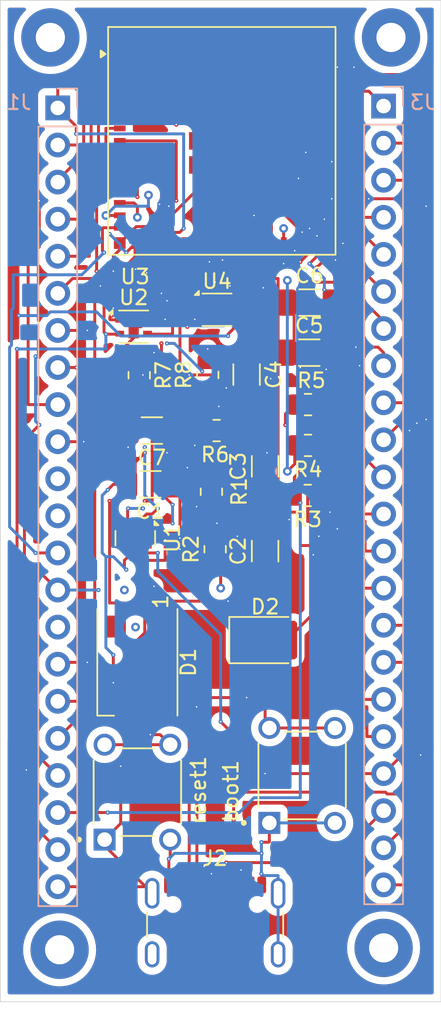
<source format=kicad_pcb>
(kicad_pcb (version 20240108) (generator "pcbnew") (generator_version "8.0")
  (layers (0 "F.Cu" signal) (1 "In1.Cu" power "gnd") (2 "In2.Cu" power "power") (31 "B.Cu" signal) (34 "B.Paste" user) (35 "F.Paste" user) (36 "B.SilkS" user "B.Silkscreen") (37 "F.SilkS" user "F.Silkscreen") (38 "B.Mask" user) (39 "F.Mask" user) (44 "Edge.Cuts" user))
  (net 0 "")
  (net 1 "/GPIO0")
  (net 2 "/5VUSB")
  (net 3 "Net-(D2-K)")
  (net 4 "/GPIO48")
  (net 6 "Net-(D2-A)")
  (net 7 "/GPIO6")
  (net 8 "/GPIO15")
  (net 9 "/GPIO2")
  (net 10 "/I2C_SCL")
  (net 11 "/GPIO13")
  (net 12 "/I2C_SDA")
  (net 13 "/GPIO11")
  (net 14 "/GPIO3")
  (net 15 "/GPIO8")
  (net 16 "/GPIO14")
  (net 17 "/GPIO7")
  (net 18 "/GPIO1")
  (net 19 "/GPIO16")
  (net 20 "/GPIO4")
  (net 21 "/GPIO9")
  (net 22 "/GPIO10")
  (net 23 "Net-(J2-CC2)")
  (net 24 "Net-(J2-VBUS-PadA4)")
  (net 26 "Net-(J2-CC1)")
  (net 28 "/GPIO39")
  (net 29 "/GPIO35")
  (net 30 "/TXD")
  (net 31 "/RXD")
  (net 32 "/GPIO34")
  (net 33 "/GPIO45")
  (net 34 "/GPIO26")
  (net 35 "/GPIO42")
  (net 36 "/GPIO36")
  (net 37 "/GPIO46")
  (net 38 "/GPIO41")
  (net 39 "/GPIO40")
  (net 40 "/GPIO38")
  (net 41 "/GPIO47")
  (net 42 "/GPIO33")
  (net 43 "Net-(U4-FB)")
  (net 49 "/GPIO12")
  (footprint "Capacitor_SMD:C_1206_3216Metric_Pad1.33x1.80mm_HandSolder" (layer "F.Cu") (at 159.893 102.997 180)
    (property "Reference" "C1")
    (property "Value" "0.1uF")
  )
  (footprint "Capacitor_SMD:C_1206_3216Metric_Pad1.33x1.80mm_HandSolder" (layer "F.Cu") (at 159.9985 99.314 180)
    (property "Reference" "C7")
    (property "Value" "10uF")
  )
  (footprint "Capacitor_SMD:C_1206_3216Metric_Pad1.33x1.80mm_HandSolder" (layer "F.Cu") (at 170.815 90.551)
    (property "Reference" "C6")
    (property "Value" "0.1uF")
  )
  (footprint "Package_DFN_QFN:Diodes_UDFN-10_1.0x2.5mm_P0.5mm" (layer "F.Cu") (at 158.861 106.6865 -90)
    (property "Reference" "U1")
    (property "Value" "D3V3XA4B10LP")
  )
  (footprint "Resistor_SMD:R_0805_2012Metric" (layer "F.Cu") (at 170.688 103.759 180)
    (property "Reference" "R3")
    (property "Value" "10K")
  )
  (footprint "RF_Module:ESP32-S2-MINI-1U" (layer "F.Cu") (at 164.797 79.473)
    (property "Reference" "U3")
    (property "Value" "ESP32-S3-MINI-1")
  )
  (footprint "Package_SON:WSON-6-1EP_2x2mm_P0.65mm_EP1x1.6mm" (layer "F.Cu") (at 164.465 91.04)
    (property "Reference" "U4")
    (property "Value" "TLV75801PDRV")
  )
  (footprint "Resistor_SMD:R_0805_2012Metric" (layer "F.Cu") (at 163.83 95.504 90)
    (property "Reference" "R8")
    (property "Value" "5.1k")
  )
  (footprint "Resistor_SMD:R_0805_2012Metric" (layer "F.Cu") (at 164.084 103.505 90)
    (property "Reference" "R1")
    (property "Value" "5.1k")
  )
  (footprint "Resistor_SMD:R_0805_2012Metric" (layer "F.Cu") (at 170.7115 97.536 180)
    (property "Reference" "R5")
    (property "Value" "10K")
  )
  (footprint "Resistor_SMD:R_0805_2012Metric" (layer "F.Cu") (at 159.131 95.5275 -90)
    (property "Reference" "R7")
    (property "Value" "200k")
  )
  (footprint "Resistor_SMD:R_0805_2012Metric" (layer "F.Cu") (at 170.7115 100.33 180)
    (property "Reference" "R4")
    (property "Value" "10K")
  )
  (footprint "TS02-66-95-BK-260-LCR-D:SW_TS02-66-95-BK-260-LCR-D" (layer "F.Cu") (at 159.004 124.079 90)
    (property "Reference" "reset1")
    (property "Value" "TS02-66-95-BK-260-LCR-D")
  )
  (footprint "Resistor_SMD:R_0805_2012Metric" (layer "F.Cu") (at 164.338 107.442 90)
    (property "Reference" "R2")
    (property "Value" "5.1K")
  )
  (footprint "LED_SMD:LED_1210_3225Metric_Pad1.42x2.65mm_HandSolder" (layer "F.Cu") (at 167.767 113.665)
    (property "Reference" "D2")
    (property "Value" "LED")
  )
  (footprint "Connector_USB:USB_C_Receptacle_GCT_USB4105-xx-A_16P_TopMnt_Horizontal" (layer "F.Cu") (at 164.338 134.112)
    (property "Reference" "J2")
    (property "Value" "USB_C_Receptacle_USB2.0_16P")
  )
  (footprint "Capacitor_SMD:C_1206_3216Metric_Pad1.33x1.80mm_HandSolder" (layer "F.Cu") (at 170.7935 93.98)
    (property "Reference" "C5")
    (property "Value" "0.1uF")
  )
  (footprint "Package_DFN_QFN:AMS_QFN-4-1EP_2x2mm_P0.95mm_EP0.7x1.6mm" (layer "F.Cu") (at 158.75 92.202)
    (property "Reference" "U2")
    (property "Value" "ENS210")
  )
  (footprint "Capacitor_SMD:C_1206_3216Metric_Pad1.33x1.80mm_HandSolder" (layer "F.Cu") (at 166.497 95.4825 -90)
    (property "Reference" "C4")
    (property "Value" "10uF")
  )
  (footprint "Capacitor_SMD:C_1206_3216Metric_Pad1.33x1.80mm_HandSolder" (layer "F.Cu") (at 167.767 107.569 90)
    (property "Reference" "C2")
    (property "Value" "0.1uF")
  )
  (footprint "LED_SMD:LED_WS2812B_PLCC4_5.0x5.0mm_P3.2mm" (layer "F.Cu") (at 159.004 115.189 -90)
    (property "Reference" "D1")
    (property "Value" "WS2812B")
  )
  (footprint "Capacitor_SMD:C_1206_3216Metric_Pad1.33x1.80mm_HandSolder" (layer "F.Cu") (at 167.767 101.7655 90)
    (property "Reference" "C3")
    (property "Value" "0.1uF")
  )
  (footprint "Resistor_SMD:R_0805_2012Metric" (layer "F.Cu") (at 164.4415 99.314)
    (property "Reference" "R6")
    (property "Value" "1M")
  )
  (footprint "TS02-66-95-BK-260-LCR-D:SW_TS02-66-95-BK-260-LCR-D" (layer "F.Cu") (at 170.307 122.936 90)
    (property "Reference" "boot1")
    (property "Value" "TS02-66-95-BK-260-LCR-D")
  )
  (footprint "Connector_PinHeader_2.54mm:PinHeader_1x22_P2.54mm_Vertical" (layer "B.Cu") (at 153.543 77.216 180)
    (property "Reference" "J1")
    (property "Value" "Conn_01x22_Pin")
  )
  (footprint "Connector_PinHeader_2.54mm:PinHeader_1x22_P2.54mm_Vertical" (layer "B.Cu") (at 175.895 77.089 180)
    (property "Reference" "J3")
    (property "Value" "Conn_01x22_Pin")
  )
  (gr_rect (start 149.606 69.85) (end 179.832 138.43) (stroke (width 0.05)) (fill none) (layer "Edge.Cuts"))
  (via (at 175.895 134.747) (size 4) (drill 2) (layers "F.Cu" "B.Cu") (net 0))
  (via (at 176.403 72.39) (size 4) (drill 2) (layers "F.Cu" "B.Cu") (net 0))
  (via (at 153.67 134.874) (size 4) (drill 2) (layers "F.Cu" "B.Cu") (net 0))
  (via (at 153.035 72.39) (size 4) (drill 2) (layers "F.Cu" "B.Cu") (net 0))
  (segment (start 167.767 108.6065) (end 167.767 119.396) (width 0.2) (layer "F.Cu") (net 1))
  (segment (start 161.671 78.359) (end 159.385 76.073) (width 0.2) (layer "F.Cu") (net 1))
  (segment (start 168.057 119.686) (end 172.557 119.686) (width 0.2) (layer "F.Cu") (net 1))
  (segment (start 167.767 108.458) (end 165.862 106.553) (width 0.2) (layer "F.Cu") (net 1))
  (segment (start 167.767 119.396) (end 168.057 119.686) (width 0.2) (layer "F.Cu") (net 1))
  (segment (start 167.767 108.6065) (end 167.767 108.458) (width 0.2) (layer "F.Cu") (net 1))
  (segment (start 155.321 76.073) (end 157.797 76.073) (width 0.2) (layer "F.Cu") (net 1))
  (segment (start 153.543 79.756) (end 155.321 79.756) (width 0.2) (layer "F.Cu") (net 1))
  (segment (start 155.321 79.756) (end 155.321 76.073) (width 0.2) (layer "F.Cu") (net 1))
  (segment (start 159.385 76.073) (end 157.797 76.073) (width 0.2) (layer "F.Cu") (net 1))
  (via micro (at 161.671 78.359) (size 0.3) (drill 0.1) (layers "F.Cu" "In2.Cu") (net 1))
  (via micro (at 165.862 106.553) (size 0.3) (drill 0.1) (layers "F.Cu" "In1.Cu") (net 1))
  (segment (start 165.227 92.837) (end 165.227 92.71) (width 0.2) (layer "F.Cu") (net 2))
  (segment (start 166.082 90.39) (end 166.243 90.551) (width 0.2) (layer "F.Cu") (net 2))
  (segment (start 165.3525 90.39) (end 166.082 90.39) (width 0.2) (layer "F.Cu") (net 2))
  (segment (start 166.243 91.694) (end 166.243 94.191) (width 0.2) (layer "F.Cu") (net 2))
  (segment (start 151.384 125.857) (end 151.384 122.555) (width 0.2) (layer "F.Cu") (net 2))
  (segment (start 165.3525 91.69) (end 165.3565 91.694) (width 0.2) (layer "F.Cu") (net 2))
  (segment (start 166.243 94.191) (end 166.497 94.445) (width 0.2) (layer "F.Cu") (net 2))
  (segment (start 166.243 90.551) (end 166.243 91.694) (width 0.2) (layer "F.Cu") (net 2))
  (segment (start 153.543 128.016) (end 151.384 125.857) (width 0.2) (layer "F.Cu") (net 2))
  (segment (start 165.3565 91.694) (end 166.243 91.694) (width 0.2) (layer "F.Cu") (net 2))
  (segment (start 165.227 92.71) (end 165.608 92.329) (width 0.2) (layer "F.Cu") (net 2))
  (segment (start 165.608 91.9455) (end 165.3525 91.69) (width 0.2) (layer "F.Cu") (net 2))
  (segment (start 165.608 92.329) (end 165.608 91.9455) (width 0.2) (layer "F.Cu") (net 2))
  (via micro (at 151.384 122.555) (size 0.3) (drill 0.1) (layers "F.Cu" "In1.Cu") (net 2))
  (via micro (at 165.227 92.837) (size 0.3) (drill 0.1) (layers "F.Cu" "B.Cu") (net 2))
  (via micro (at 150.876 91.44) (size 0.3) (drill 0.1) (layers "In1.Cu" "B.Cu") (net 2))
  (segment (start 152.781 91.44) (end 150.876 91.44) (width 0.2) (layer "B.Cu") (net 2))
  (segment (start 157.861 92.837) (end 156.21 91.186) (width 0.2) (layer "B.Cu") (net 2))
  (segment (start 165.227 92.837) (end 157.861 92.837) (width 0.2) (layer "B.Cu") (net 2))
  (segment (start 153.035 91.186) (end 152.781 91.44) (width 0.2) (layer "B.Cu") (net 2))
  (segment (start 156.21 91.186) (end 153.035 91.186) (width 0.2) (layer "B.Cu") (net 2))
  (segment (start 166.497 95.504) (end 162.56 95.504) (width 0.2) (layer "F.Cu") (net 3))
  (segment (start 159.385 95.504) (end 159.385 96.186) (width 0.2) (layer "F.Cu") (net 3))
  (segment (start 158.369 99.381) (end 158.436 99.314) (width 0.2) (layer "F.Cu") (net 3))
  (segment (start 158.436 97.135) (end 159.131 96.44) (width 0.2) (layer "F.Cu") (net 3))
  (segment (start 165.862 107.442) (end 165.989 107.569) (width 0.2) (layer "F.Cu") (net 3))
  (segment (start 158.436 99.314) (end 158.436 97.135) (width 0.2) (layer "F.Cu") (net 3))
  (segment (start 162.433 107.442) (end 162.433 101.854) (width 0.2) (layer "F.Cu") (net 3))
  (segment (start 162.433 107.442) (end 165.862 107.442) (width 0.2) (layer "F.Cu") (net 3))
  (segment (start 165.989 107.569) (end 165.989 113.3745) (width 0.2) (layer "F.Cu") (net 3))
  (segment (start 165.989 113.3745) (end 166.2795 113.665) (width 0.2) (layer "F.Cu") (net 3))
  (segment (start 159.385 96.186) (end 159.131 96.44) (width 0.2) (layer "F.Cu") (net 3))
  (segment (start 158.369 100.457) (end 158.369 99.381) (width 0.2) (layer "F.Cu") (net 3))
  (segment (start 166.497 96.52) (end 166.497 95.504) (width 0.2) (layer "F.Cu") (net 3))
  (via micro (at 162.56 95.504) (size 0.3) (drill 0.1) (layers "F.Cu" "In1.Cu") (net 3))
  (via micro (at 162.433 101.854) (size 0.3) (drill 0.1) (layers "F.Cu" "In1.Cu") (net 3))
  (via micro (at 159.385 95.504) (size 0.3) (drill 0.1) (layers "F.Cu" "In1.Cu") (net 3))
  (via micro (at 158.369 100.457) (size 0.3) (drill 0.1) (layers "F.Cu" "In2.Cu") (net 3))
  (segment (start 160.691 117.602) (end 160.654 117.639) (width 0.2) (layer "F.Cu") (net 4))
  (segment (start 168.197 86.473) (end 168.197 84.631) (width 0.2) (layer "F.Cu") (net 4))
  (segment (start 168.197 84.631) (end 168.148 84.582) (width 0.2) (layer "F.Cu") (net 4))
  (segment (start 177.673 126.111) (end 177.673 124.206) (width 0.2) (layer "F.Cu") (net 4))
  (segment (start 176.022 124.079) (end 166.497 124.079) (width 0.2) (layer "F.Cu") (net 4))
  (segment (start 175.895 127.889) (end 177.673 126.111) (width 0.2) (layer "F.Cu") (net 4))
  (segment (start 166.497 124.079) (end 166.497 117.602) (width 0.2) (layer "F.Cu") (net 4))
  (segment (start 176.149 124.206) (end 176.022 124.079) (width 0.2) (layer "F.Cu") (net 4))
  (segment (start 166.497 117.602) (end 160.691 117.602) (width 0.2) (layer "F.Cu") (net 4))
  (segment (start 177.673 124.206) (end 176.149 124.206) (width 0.2) (layer "F.Cu") (net 4))
  (segment (start 168.148 84.582) (end 167.005 84.582) (width 0.2) (layer "F.Cu") (net 4))
  (via micro (at 167.005 84.582) (size 0.3) (drill 0.1) (layers "F.Cu" "In1.Cu") (net 4))
  (via micro (at 166.497 117.602) (size 0.3) (drill 0.1) (layers "F.Cu" "In1.Cu") (net 4))
  (segment (start 171.069 111.8505) (end 169.2545 113.665) (width 0.2) (layer "F.Cu") (net 6))
  (segment (start 163.83 94.5915) (end 163.83 93.726) (width 0.2) (layer "F.Cu") (net 6))
  (segment (start 171.069 107.823) (end 171.069 111.8505) (width 0.2) (layer "F.Cu") (net 6))
  (via micro (at 171.069 107.823) (size 0.3) (drill 0.1) (layers "F.Cu" "In2.Cu") (net 6))
  (via micro (at 163.83 93.726) (size 0.3) (drill 0.1) (layers "F.Cu" "In2.Cu") (net 6))
  (segment (start 154.813 94.996) (end 153.543 94.996) (width 0.2) (layer "F.Cu") (net 7))
  (segment (start 160.655 83.693) (end 160.528 83.82) (width 0.2) (layer "F.Cu") (net 7))
  (segment (start 157.797 81.173) (end 157.817 81.153) (width 0.2) (layer "F.Cu") (net 7))
  (segment (start 157.817 81.153) (end 160.655 81.153) (width 0.2) (layer "F.Cu") (net 7))
  (segment (start 160.655 81.153) (end 160.655 83.693) (width 0.2) (layer "F.Cu") (net 7))
  (via micro (at 160.528 83.82) (size 0.3) (drill 0.1) (layers "F.Cu" "In1.Cu") (net 7))
  (via micro (at 154.813 94.996) (size 0.3) (drill 0.1) (layers "F.Cu" "In1.Cu") (net 7))
  (segment (start 156.083 117.856) (end 153.543 117.856) (width 0.2) (layer "F.Cu") (net 8))
  (segment (start 160.147 89.916) (end 156.083 89.916) (width 0.2) (layer "F.Cu") (net 8))
  (segment (start 161.397 86.473) (end 161.397 88.412) (width 0.2) (layer "F.Cu") (net 8))
  (segment (start 160.147 89.662) (end 160.147 89.916) (width 0.2) (layer "F.Cu") (net 8))
  (segment (start 161.397 88.412) (end 160.147 89.662) (width 0.2) (layer "F.Cu") (net 8))
  (segment (start 156.083 89.916) (end 156.083 117.856) (width 0.2) (layer "F.Cu") (net 8))
  (segment (start 154.94 84.836) (end 155.194 84.582) (width 0.2) (layer "F.Cu") (net 9))
  (segment (start 155.194 81.153) (end 156.337 80.01) (width 0.2) (layer "F.Cu") (net 9))
  (segment (start 156.337 80.01) (end 156.337 77.724) (width 0.2) (layer "F.Cu") (net 9))
  (segment (start 157.748 77.724) (end 157.797 77.773) (width 0.2) (layer "F.Cu") (net 9))
  (segment (start 155.194 84.582) (end 155.194 81.153) (width 0.2) (layer "F.Cu") (net 9))
  (segment (start 156.337 77.724) (end 157.748 77.724) (width 0.2) (layer "F.Cu") (net 9))
  (segment (start 153.543 84.836) (end 154.94 84.836) (width 0.2) (layer "F.Cu") (net 9))
  (segment (start 163.097 86.473) (end 163.097 88.363) (width 0.2) (layer "F.Cu") (net 10))
  (segment (start 156.718 92.583) (end 156.845 92.71) (width 0.2) (layer "F.Cu") (net 10))
  (segment (start 161.036 90.424) (end 156.718 90.424) (width 0.2) (layer "F.Cu") (net 10))
  (segment (start 169.164 98.171) (end 169.164 98.933) (width 0.2) (layer "F.Cu") (net 10))
  (segment (start 163.097 88.363) (end 161.036 90.424) (width 0.2) (layer "F.Cu") (net 10))
  (segment (start 153.543 122.936) (end 150.749 120.142) (width 0.2) (layer "F.Cu") (net 10))
  (segment (start 156.718 90.424) (end 156.718 92.583) (width 0.2) (layer "F.Cu") (net 10))
  (segment (start 150.749 120.142) (end 150.749 93.726) (width 0.2) (layer "F.Cu") (net 10))
  (segment (start 157.767 92.71) (end 157.8 92.677) (width 0.2) (layer "F.Cu") (net 10))
  (segment (start 169.799 97.536) (end 169.164 98.171) (width 0.2) (layer "F.Cu") (net 10))
  (segment (start 156.845 92.71) (end 157.767 92.71) (width 0.2) (layer "F.Cu") (net 10))
  (via micro (at 161.036 90.424) (size 0.3) (drill 0.1) (layers "F.Cu" "In2.Cu") (net 10))
  (via micro (at 150.749 93.726) (size 0.3) (drill 0.1) (layers "F.Cu" "B.Cu") (net 10))
  (via micro (at 169.164 98.933) (size 0.3) (drill 0.1) (layers "F.Cu" "In2.Cu") (net 10))
  (via micro (at 156.845 92.71) (size 0.3) (drill 0.1) (layers "F.Cu" "B.Cu") (net 10))
  (via micro (at 161.036 93.345) (size 0.3) (drill 0.1) (layers "In2.Cu" "B.Cu") (net 10))
  (via micro (at 163.449 95.25) (size 0.3) (drill 0.1) (layers "In2.Cu" "B.Cu") (net 10))
  (segment (start 150.749 93.726) (end 156.845 93.726) (width 0.2) (layer "B.Cu") (net 10))
  (segment (start 161.544 93.345) (end 161.036 93.345) (width 0.2) (layer "B.Cu") (net 10))
  (segment (start 156.845 93.726) (end 156.845 92.71) (width 0.2) (layer "B.Cu") (net 10))
  (segment (start 163.449 95.25) (end 161.544 93.345) (width 0.2) (layer "B.Cu") (net 10))
  (segment (start 159.697 86.473) (end 160.02 86.796) (width 0.2) (layer "F.Cu") (net 11))
  (segment (start 159.131 88.265) (end 158.877 88.265) (width 0.2) (layer "F.Cu") (net 11))
  (segment (start 160.02 87.376) (end 159.131 88.265) (width 0.2) (layer "F.Cu") (net 11))
  (segment (start 160.02 86.796) (end 160.02 87.376) (width 0.2) (layer "F.Cu") (net 11))
  (via micro (at 158.877 88.265) (size 0.3) (drill 0.1) (layers "F.Cu" "In1.Cu") (net 11))
  (via (at 158.877 112.776) (size 0.6) (drill 0.3) (layers "F.Cu" "B.Cu") (net 11))
  (segment (start 161.417 90.678) (end 161.417 92.71) (width 0.2) (layer "F.Cu") (net 12))
  (segment (start 163.947 88.148) (end 161.417 90.678) (width 0.2) (layer "F.Cu") (net 12))
  (segment (start 163.947 87.757) (end 163.947 86.473) (width 0.2) (layer "F.Cu") (net 12))
  (segment (start 153.543 125.476) (end 156.972 125.476) (width 0.2) (layer "F.Cu") (net 12))
  (segment (start 161.417 92.71) (end 159.733 92.71) (width 0.2) (layer "F.Cu") (net 12))
  (segment (start 169.7755 102.5125) (end 170.18 102.108) (width 0.2) (layer "F.Cu") (net 12))
  (segment (start 169.7755 103.759) (end 169.7755 102.5125) (width 0.2) (layer "F.Cu") (net 12))
  (segment (start 159.733 92.71) (end 159.7 92.677) (width 0.2) (layer "F.Cu") (net 12))
  (segment (start 163.947 87.757) (end 163.947 88.148) (width 0.2) (layer "F.Cu") (net 12))
  (segment (start 169.7755 103.759) (end 169.7755 103.8625) (width 0.2) (layer "F.Cu") (net 12))
  (segment (start 169.7755 103.8625) (end 170.18 104.267) (width 0.2) (layer "F.Cu") (net 12))
  (segment (start 165.354 89.408) (end 167.513 89.408) (width 0.2) (layer "F.Cu") (net 12))
  (segment (start 167.513 89.408) (end 167.64 89.535) (width 0.2) (layer "F.Cu") (net 12))
  (via micro (at 156.972 125.476) (size 0.3) (drill 0.1) (layers "F.Cu" "B.Cu") (net 12))
  (via micro (at 163.947 87.757) (size 0.3) (drill 0.1) (layers "F.Cu" "In2.Cu") (net 12))
  (via micro (at 170.18 102.108) (size 0.3) (drill 0.1) (layers "F.Cu" "In1.Cu") (net 12))
  (via micro (at 165.354 89.408) (size 0.3) (drill 0.1) (layers "F.Cu" "In2.Cu") (net 12))
  (via micro (at 170.18 104.267) (size 0.3) (drill 0.1) (layers "F.Cu" "B.Cu") (net 12))
  (via micro (at 167.64 89.535) (size 0.3) (drill 0.1) (layers "F.Cu" "In1.Cu") (net 12))
  (segment (start 167.005 124.46) (end 165.989 125.476) (width 0.2) (layer "B.Cu") (net 12))
  (segment (start 170.18 124.46) (end 167.005 124.46) (width 0.2) (layer "B.Cu") (net 12))
  (segment (start 170.18 104.267) (end 170.18 124.46) (width 0.2) (layer "B.Cu") (net 12))
  (segment (start 165.989 125.476) (end 156.972 125.476) (width 0.2) (layer "B.Cu") (net 12))
  (segment (start 156.658 85.423) (end 156.61 85.471) (width 0.2) (layer "F.Cu") (net 13))
  (segment (start 157.797 85.423) (end 156.658 85.423) (width 0.2) (layer "F.Cu") (net 13))
  (segment (start 156.61 87.014) (end 156.718 87.122) (width 0.2) (layer "F.Cu") (net 13))
  (segment (start 156.61 85.471) (end 156.61 87.014) (width 0.2) (layer "F.Cu") (net 13))
  (segment (start 152.019 107.696) (end 153.543 107.696) (width 0.2) (layer "F.Cu") (net 13))
  (via micro (at 152.019 107.696) (size 0.3) (drill 0.1) (layers "F.Cu" "B.Cu") (net 13))
  (via micro (at 156.718 87.122) (size 0.3) (drill 0.1) (layers "F.Cu" "B.Cu") (net 13))
  (segment (start 150.368 91.059) (end 150.495 90.932) (width 0.2) (layer "B.Cu") (net 13))
  (segment (start 150.241 93.599) (end 150.368 93.472) (width 0.2) (layer "B.Cu") (net 13))
  (segment (start 152.019 107.696) (end 150.241 105.918) (width 0.2) (layer "B.Cu") (net 13))
  (segment (start 150.495 88.646) (end 155.194 88.646) (width 0.2) (layer "B.Cu") (net 13))
  (segment (start 150.241 105.918) (end 150.241 93.599) (width 0.2) (layer "B.Cu") (net 13))
  (segment (start 150.368 93.472) (end 150.368 91.059) (width 0.2) (layer "B.Cu") (net 13))
  (segment (start 150.495 90.932) (end 150.495 88.646) (width 0.2) (layer "B.Cu") (net 13))
  (segment (start 155.194 88.646) (end 156.718 87.122) (width 0.2) (layer "B.Cu") (net 13))
  (segment (start 155.702 81.407) (end 156.845 80.264) (width 0.2) (layer "F.Cu") (net 14))
  (segment (start 155.702 87.376) (end 155.702 81.407) (width 0.2) (layer "F.Cu") (net 14))
  (segment (start 156.845 78.613) (end 157.787 78.613) (width 0.2) (layer "F.Cu") (net 14))
  (segment (start 156.845 80.264) (end 156.845 78.613) (width 0.2) (layer "F.Cu") (net 14))
  (segment (start 153.543 87.376) (end 155.702 87.376) (width 0.2) (layer "F.Cu") (net 14))
  (segment (start 157.787 78.613) (end 157.797 78.623) (width 0.2) (layer "F.Cu") (net 14))
  (segment (start 157.797 82.873) (end 156.249 82.873) (width 0.2) (layer "F.Cu") (net 15))
  (segment (start 156.21 82.912) (end 156.21 88.392) (width 0.2) (layer "F.Cu") (net 15))
  (segment (start 156.249 82.873) (end 156.21 82.912) (width 0.2) (layer "F.Cu") (net 15))
  (segment (start 155.321 100.076) (end 153.543 100.076) (width 0.2) (layer "F.Cu") (net 15))
  (via micro (at 155.321 100.076) (size 0.3) (drill 0.1) (layers "F.Cu" "In1.Cu") (net 15))
  (via micro (at 156.21 88.392) (size 0.3) (drill 0.1) (layers "F.Cu" "In1.Cu") (net 15))
  (segment (start 153.67 115.189) (end 153.543 115.316) (width 0.2) (layer "F.Cu") (net 16))
  (segment (start 159.766 89.408) (end 156.464 89.408) (width 0.2) (layer "F.Cu") (net 16))
  (segment (start 160.547 86.473) (end 160.547 88.627) (width 0.2) (layer "F.Cu") (net 16))
  (segment (start 155.575 115.189) (end 153.67 115.189) (width 0.2) (layer "F.Cu") (net 16))
  (segment (start 160.547 88.627) (end 159.766 89.408) (width 0.2) (layer "F.Cu") (net 16))
  (via micro (at 155.575 115.189) (size 0.3) (drill 0.1) (layers "F.Cu" "In1.Cu") (net 16))
  (via micro (at 156.464 89.408) (size 0.3) (drill 0.1) (layers "F.Cu" "In1.Cu") (net 16))
  (segment (start 152.273 83.566) (end 152.273 86.741) (width 0.2) (layer "F.Cu") (net 17))
  (segment (start 151.511 97.536) (end 153.543 97.536) (width 0.2) (layer "F.Cu") (net 17))
  (segment (start 157.797 82.023) (end 159.004 82.023) (width 0.2) (layer "F.Cu") (net 17))
  (segment (start 151.511 87.503) (end 151.511 97.536) (width 0.2) (layer "F.Cu") (net 17))
  (segment (start 152.273 86.741) (end 151.511 87.503) (width 0.2) (layer "F.Cu") (net 17))
  (segment (start 159.004 82.023) (end 159.004 83.312) (width 0.2) (layer "F.Cu") (net 17))
  (via micro (at 159.004 83.312) (size 0.3) (drill 0.1) (layers "F.Cu" "In1.Cu") (net 17))
  (via micro (at 152.273 83.566) (size 0.3) (drill 0.1) (layers "F.Cu" "In1.Cu") (net 17))
  (segment (start 155.829 76.962) (end 155.868 76.923) (width 0.2) (layer "F.Cu") (net 18))
  (segment (start 153.543 82.169) (end 155.829 79.883) (width 0.2) (layer "F.Cu") (net 18))
  (segment (start 155.868 76.923) (end 157.797 76.923) (width 0.2) (layer "F.Cu") (net 18))
  (segment (start 153.543 82.296) (end 153.543 82.169) (width 0.2) (layer "F.Cu") (net 18))
  (segment (start 155.829 79.883) (end 155.829 76.962) (width 0.2) (layer "F.Cu") (net 18))
  (segment (start 157.099 111.125) (end 158.115 111.125) (width 0.2) (layer "F.Cu") (net 19))
  (segment (start 162.247 88.578) (end 160.909 89.916) (width 0.2) (layer "F.Cu") (net 19))
  (segment (start 158.115 111.125) (end 158.115 119.253) (width 0.2) (layer "F.Cu") (net 19))
  (segment (start 160.655 93.345) (end 160.655 98.044) (width 0.2) (layer "F.Cu") (net 19))
  (segment (start 160.909 89.916) (end 160.655 89.916) (width 0.2) (layer "F.Cu") (net 19))
  (segment (start 154.686 119.253) (end 153.543 120.396) (width 0.2) (layer "F.Cu") (net 19))
  (segment (start 157.099 104.14) (end 157.099 111.125) (width 0.2) (layer "F.Cu") (net 19))
  (segment (start 158.115 119.253) (end 154.686 119.253) (width 0.2) (layer "F.Cu") (net 19))
  (segment (start 160.02 104.14) (end 159.512 104.14) (width 0.2) (layer "F.Cu") (net 19))
  (segment (start 160.02 98.044) (end 160.02 104.14) (width 0.2) (layer "F.Cu") (net 19))
  (segment (start 160.655 98.044) (end 160.02 98.044) (width 0.2) (layer "F.Cu") (net 19))
  (segment (start 162.247 86.473) (end 162.247 88.578) (width 0.2) (layer "F.Cu") (net 19))
  (via micro (at 160.655 93.345) (size 0.3) (drill 0.1) (layers "F.Cu" "In1.Cu") (net 19))
  (via micro (at 157.099 104.14) (size 0.3) (drill 0.1) (layers "F.Cu" "In2.Cu") (net 19))
  (via micro (at 160.655 89.916) (size 0.3) (drill 0.1) (layers "F.Cu" "In1.Cu") (net 19))
  (via micro (at 159.512 104.14) (size 0.3) (drill 0.1) (layers "F.Cu" "In2.Cu") (net 19))
  (segment (start 161.642 79.473) (end 161.671 79.502) (width 0.2) (layer "F.Cu") (net 20))
  (segment (start 154.559 88.9) (end 153.543 89.916) (width 0.2) (layer "F.Cu") (net 20))
  (segment (start 157.797 79.473) (end 161.642 79.473) (width 0.2) (layer "F.Cu") (net 20))
  (segment (start 159.258 88.9) (end 154.559 88.9) (width 0.2) (layer "F.Cu") (net 20))
  (segment (start 161.671 79.502) (end 161.671 83.566) (width 0.2) (layer "F.Cu") (net 20))
  (segment (start 159.639 88.519) (end 159.258 88.9) (width 0.2) (layer "F.Cu") (net 20))
  (via micro (at 159.639 88.519) (size 0.3) (drill 0.1) (layers "F.Cu" "In1.Cu") (net 20))
  (via micro (at 161.671 83.566) (size 0.3) (drill 0.1) (layers "F.Cu" "In1.Cu") (net 20))
  (segment (start 159.004 83.947) (end 158.78 83.723) (width 0.2) (layer "F.Cu") (net 21))
  (segment (start 159.004 84.709) (end 159.004 83.947) (width 0.2) (layer "F.Cu") (net 21))
  (segment (start 158.78 83.723) (end 157.797 83.723) (width 0.2) (layer "F.Cu") (net 21))
  (via (at 159.004 84.709) (size 0.6) (drill 0.3) (layers "F.Cu" "B.Cu") (net 21))
  (segment (start 156.845 84.582) (end 157.788 84.582) (width 0.2) (layer "F.Cu") (net 22))
  (segment (start 157.788 84.582) (end 157.797 84.573) (width 0.2) (layer "F.Cu") (net 22))
  (via (at 159.766 83.185) (size 0.6) (drill 0.3) (layers "F.Cu" "B.Cu") (net 22))
  (via (at 156.845 84.582) (size 0.6) (drill 0.3) (layers "F.Cu" "B.Cu") (net 22))
  (segment (start 159.766 83.947) (end 157.48 83.947) (width 0.2) (layer "B.Cu") (net 22))
  (segment (start 157.48 83.947) (end 156.845 84.582) (width 0.2) (layer "B.Cu") (net 22))
  (segment (start 159.766 83.185) (end 159.766 83.947) (width 0.2) (layer "B.Cu") (net 22))
  (segment (start 166.088 129.441) (end 166.116 129.413) (width 0.2) (layer "F.Cu") (net 23))
  (segment (start 164.719 110.109) (end 164.719 108.7355) (width 0.2) (layer "F.Cu") (net 23))
  (segment (start 166.088 130.432) (end 166.088 129.441) (width 0.2) (layer "F.Cu") (net 23))
  (segment (start 164.719 108.7355) (end 164.338 108.3545) (width 0.2) (layer "F.Cu") (net 23))
  (via micro (at 166.116 129.413) (size 0.3) (drill 0.1) (layers "F.Cu" "In1.Cu") (net 23))
  (via (at 164.719 110.109) (size 0.6) (drill 0.3) (layers "F.Cu" "B.Cu") (net 23))
  (segment (start 166.738 130.95) (end 166.37 131.318) (width 0.2) (layer "F.Cu") (net 24))
  (segment (start 162.56 128.905) (end 162.56 119.38) (width 0.2) (layer "F.Cu") (net 24))
  (segment (start 158.877 113.792) (end 159.512 113.157) (width 0.2) (layer "F.Cu") (net 24))
  (segment (start 158.369 104.648) (end 158.336 104.681) (width 0.2) (layer "F.Cu") (net 24))
  (segment (start 160.909 108.204) (end 160.909 106.807) (width 0.2) (layer "F.Cu") (net 24))
  (segment (start 166.37 131.318) (end 162.306 131.318) (width 0.2) (layer "F.Cu") (net 24))
  (segment (start 158.336 104.681) (end 158.336 106.299) (width 0.2) (layer "F.Cu") (net 24))
  (segment (start 162.306 131.318) (end 161.938 130.95) (width 0.2) (layer "F.Cu") (net 24))
  (segment (start 162.56 119.38) (end 158.877 119.38) (width 0.2) (layer "F.Cu") (net 24))
  (segment (start 161.938 129.527) (end 162.56 128.905) (width 0.2) (layer "F.Cu") (net 24))
  (segment (start 161.938 130.432) (end 161.938 129.527) (width 0.2) (layer "F.Cu") (net 24))
  (segment (start 158.877 119.38) (end 158.877 113.792) (width 0.2) (layer "F.Cu") (net 24))
  (segment (start 159.512 108.204) (end 160.909 108.204) (width 0.2) (layer "F.Cu") (net 24))
  (segment (start 166.738 130.432) (end 166.738 130.95) (width 0.2) (layer "F.Cu") (net 24))
  (segment (start 159.512 113.157) (end 159.512 108.204) (width 0.2) (layer "F.Cu") (net 24))
  (segment (start 161.938 130.95) (end 161.938 130.432) (width 0.2) (layer "F.Cu") (net 24))
  (via micro (at 160.909 106.807) (size 0.3) (drill 0.1) (layers "F.Cu" "In1.Cu") (net 24))
  (via micro (at 158.369 104.648) (size 0.3) (drill 0.1) (layers "F.Cu" "B.Cu") (net 24))
  (via micro (at 159.385 104.648) (size 0.3) (drill 0.1) (layers "In1.Cu" "B.Cu") (net 24))
  (segment (start 158.361 104.656) (end 158.369 104.648) (width 0.2) (layer "B.Cu") (net 24))
  (segment (start 158.369 104.648) (end 159.385 104.648) (width 0.2) (layer "B.Cu") (net 24))
  (segment (start 163.088 118.257) (end 163.068 118.237) (width 0.2) (layer "F.Cu") (net 26))
  (segment (start 163.9805 104.521) (end 164.084 104.4175) (width 0.2) (layer "F.Cu") (net 26))
  (segment (start 163.068 104.521) (end 163.9805 104.521) (width 0.2) (layer "F.Cu") (net 26))
  (segment (start 163.088 130.432) (end 163.088 118.257) (width 0.2) (layer "F.Cu") (net 26))
  (via micro (at 163.068 118.237) (size 0.3) (drill 0.1) (layers "F.Cu" "In1.Cu") (net 26))
  (via micro (at 163.068 104.521) (size 0.3) (drill 0.1) (layers "F.Cu" "In1.Cu") (net 26))
  (segment (start 177.8 98.044) (end 177.8 97.917) (width 0.2) (layer "F.Cu") (net 28))
  (segment (start 171.778 82.042) (end 171.797 82.023) (width 0.2) (layer "F.Cu") (net 28))
  (segment (start 178.816 97.917) (end 178.816 83.947) (width 0.2) (layer "F.Cu") (net 28))
  (segment (start 170.053 82.042) (end 171.778 82.042) (width 0.2) (layer "F.Cu") (net 28))
  (segment (start 177.8 97.917) (end 178.435 97.917) (width 0.2) (layer "F.Cu") (net 28))
  (segment (start 178.435 97.917) (end 178.816 97.917) (width 0.2) (layer "F.Cu") (net 28))
  (segment (start 175.895 99.949) (end 177.8 98.044) (width 0.2) (layer "F.Cu") (net 28))
  (via micro (at 178.816 83.947) (size 0.3) (drill 0.1) (layers "F.Cu" "In1.Cu") (net 28))
  (via micro (at 170.053 82.042) (size 0.3) (drill 0.1) (layers "F.Cu" "In1.Cu") (net 28))
  (segment (start 172.2275 85.423) (end 171.797 85.423) (width 0.2) (layer "F.Cu") (net 29))
  (segment (start 174.625 110.109) (end 174.371 110.109) (width 0.2) (layer "F.Cu") (net 29))
  (segment (start 174.371 110.109) (end 173.99 110.109) (width 0.2) (layer "F.Cu") (net 29))
  (segment (start 171.323 88.138) (end 172.281 87.18) (width 0.2) (layer "F.Cu") (net 29))
  (segment (start 173.99 110.109) (end 173.99 106.045) (width 0.2) (layer "F.Cu") (net 29))
  (segment (start 172.593 85.7885) (end 172.2275 85.423) (width 0.2) (layer "F.Cu") (net 29))
  (segment (start 175.895 110.109) (end 174.625 110.109) (width 0.2) (layer "F.Cu") (net 29))
  (segment (start 173.99 106.045) (end 172.72 106.045) (width 0.2) (layer "F.Cu") (net 29))
  (segment (start 172.593 87.18) (end 172.593 85.7885) (width 0.2) (layer "F.Cu") (net 29))
  (segment (start 172.281 87.18) (end 172.593 87.18) (width 0.2) (layer "F.Cu") (net 29))
  (via micro (at 172.72 106.045) (size 0.3) (drill 0.1) (layers "F.Cu" "In1.Cu") (net 29))
  (via micro (at 171.323 88.138) (size 0.3) (drill 0.1) (layers "F.Cu" "In1.Cu") (net 29))
  (segment (start 173.99 87.884) (end 173.99 85.979) (width 0.2) (layer "F.Cu") (net 30))
  (segment (start 175.895 89.789) (end 173.99 87.884) (width 0.2) (layer "F.Cu") (net 30))
  (segment (start 171.807 78.613) (end 171.797 78.623) (width 0.2) (layer "F.Cu") (net 30))
  (segment (start 173.228 78.613) (end 171.807 78.613) (width 0.2) (layer "F.Cu") (net 30))
  (segment (start 173.99 85.979) (end 173.228 85.217) (width 0.2) (layer "F.Cu") (net 30))
  (segment (start 173.228 85.217) (end 173.228 78.613) (width 0.2) (layer "F.Cu") (net 30))
  (segment (start 173.785 77.773) (end 173.863 77.851) (width 0.2) (layer "F.Cu") (net 31))
  (segment (start 173.863 77.851) (end 173.863 85.217) (width 0.2) (layer "F.Cu") (net 31))
  (segment (start 171.797 77.773) (end 173.785 77.773) (width 0.2) (layer "F.Cu") (net 31))
  (segment (start 173.863 85.217) (end 175.895 87.249) (width 0.2) (layer "F.Cu") (net 31))
  (segment (start 175.895 112.649) (end 177.673 112.649) (width 0.2) (layer "F.Cu") (net 32))
  (segment (start 169.799 86.571) (end 169.897 86.473) (width 0.2) (layer "F.Cu") (net 32))
  (segment (start 177.673 112.649) (end 177.673 99.314) (width 0.2) (layer "F.Cu") (net 32))
  (segment (start 169.799 86.995) (end 169.799 86.571) (width 0.2) (layer "F.Cu") (net 32))
  (via micro (at 169.799 86.995) (size 0.3) (drill 0.1) (layers "F.Cu" "In1.Cu") (net 32))
  (via micro (at 177.673 99.314) (size 0.3) (drill 0.1) (layers "F.Cu" "In1.Cu") (net 32))
  (segment (start 174.371 84.709) (end 174.371 76.962) (width 0.2) (layer "F.Cu") (net 33))
  (segment (start 175.895 84.709) (end 174.371 84.709) (width 0.2) (layer "F.Cu") (net 33))
  (segment (start 171.836 76.962) (end 171.797 76.923) (width 0.2) (layer "F.Cu") (net 33))
  (segment (start 174.371 76.962) (end 171.836 76.962) (width 0.2) (layer "F.Cu") (net 33))
  (segment (start 173.482 106.553) (end 172.085 106.553) (width 0.2) (layer "F.Cu") (net 34))
  (segment (start 167.386 87.884) (end 167.386 86.512) (width 0.2) (layer "F.Cu") (net 34))
  (segment (start 175.895 117.729) (end 173.99 117.729) (width 0.2) (layer "F.Cu") (net 34))
  (segment (start 173.99 117.729) (end 173.99 110.744) (width 0.2) (layer "F.Cu") (net 34))
  (segment (start 167.386 86.512) (end 167.347 86.473) (width 0.2) (layer "F.Cu") (net 34))
  (segment (start 173.99 110.744) (end 173.482 110.744) (width 0.2) (layer "F.Cu") (net 34))
  (segment (start 173.482 110.744) (end 173.482 106.553) (width 0.2) (layer "F.Cu") (net 34))
  (segment (start 172.085 106.553) (end 171.45 106.553) (width 0.2) (layer "F.Cu") (net 34))
  (segment (start 169.037 87.884) (end 167.386 87.884) (width 0.2) (layer "F.Cu") (net 34))
  (via micro (at 169.037 87.884) (size 0.3) (drill 0.1) (layers "F.Cu" "In1.Cu") (net 34))
  (via micro (at 171.45 106.553) (size 0.3) (drill 0.1) (layers "F.Cu" "In1.Cu") (net 34))
  (segment (start 172.828 79.502) (end 172.828 85.452) (width 0.2) (layer "F.Cu") (net 35))
  (segment (start 175.895 91.821) (end 175.895 92.329) (width 0.2) (layer "F.Cu") (net 35))
  (segment (start 174.371 90.297) (end 175.895 91.821) (width 0.2) (layer "F.Cu") (net 35))
  (segment (start 174.371 88.9) (end 174.371 90.297) (width 0.2) (layer "F.Cu") (net 35))
  (segment (start 173.59 88.119) (end 174.371 88.9) (width 0.2) (layer "F.Cu") (net 35))
  (segment (start 173.59 86.214) (end 173.59 88.119) (width 0.2) (layer "F.Cu") (net 35))
  (segment (start 171.797 79.473) (end 172.799 79.473) (width 0.2) (layer "F.Cu") (net 35))
  (segment (start 172.799 79.473) (end 172.828 79.502) (width 0.2) (layer "F.Cu") (net 35))
  (segment (start 172.828 85.452) (end 173.59 86.214) (width 0.2) (layer "F.Cu") (net 35))
  (segment (start 171.797 84.573) (end 171.831 84.607) (width 0.2) (layer "F.Cu") (net 36))
  (segment (start 174.625 105.537) (end 174.625 107.569) (width 0.2) (layer "F.Cu") (net 36))
  (segment (start 171.831 84.607) (end 171.831 84.836) (width 0.2) (layer "F.Cu") (net 36))
  (segment (start 172.593 89.154) (end 170.688 89.154) (width 0.2) (layer "F.Cu") (net 36))
  (segment (start 172.593 87.63) (end 172.593 89.154) (width 0.2) (layer "F.Cu") (net 36))
  (segment (start 170.688 89.154) (end 170.688 105.537) (width 0.2) (layer "F.Cu") (net 36))
  (segment (start 170.688 105.537) (end 174.625 105.537) (width 0.2) (layer "F.Cu") (net 36))
  (segment (start 174.625 107.569) (end 175.895 107.569) (width 0.2) (layer "F.Cu") (net 36))
  (via micro (at 172.593 87.63) (size 0.3) (drill 0.1) (layers "F.Cu" "In1.Cu") (net 36))
  (via micro (at 171.831 84.836) (size 0.3) (drill 0.1) (layers "F.Cu" "In1.Cu") (net 36))
  (segment (start 173.863 74.93) (end 173.863 74.422) (width 0.2) (layer "F.Cu") (net 37))
  (segment (start 172.72 74.422) (end 171.846 74.422) (width 0.2) (layer "F.Cu") (net 37))
  (segment (start 178.943 74.93) (end 173.863 74.93) (width 0.2) (layer "F.Cu") (net 37))
  (segment (start 178.943 82.169) (end 178.943 74.93) (width 0.2) (layer "F.Cu") (net 37))
  (segment (start 171.846 74.422) (end 171.797 74.373) (width 0.2) (layer "F.Cu") (net 37))
  (segment (start 175.895 82.169) (end 178.943 82.169) (width 0.2) (layer "F.Cu") (net 37))
  (via micro (at 173.863 74.422) (size 0.3) (drill 0.1) (layers "F.Cu" "In1.Cu") (net 37))
  (via micro (at 172.72 74.422) (size 0.3) (drill 0.1) (layers "F.Cu" "In1.Cu") (net 37))
  (segment (start 170.62 80.323) (end 170.561 80.264) (width 0.2) (layer "F.Cu") (net 38))
  (segment (start 175.514 93.599) (end 175.895 93.98) (width 0.2) (layer "F.Cu") (net 38))
  (segment (start 175.895 93.98) (end 175.895 94.869) (width 0.2) (layer "F.Cu") (net 38))
  (segment (start 171.797 80.323) (end 170.62 80.323) (width 0.2) (layer "F.Cu") (net 38))
  (segment (start 173.99 93.599) (end 175.514 93.599) (width 0.2) (layer "F.Cu") (net 38))
  (via micro (at 173.99 93.599) (size 0.3) (drill 0.1) (layers "F.Cu" "In1.Cu") (net 38))
  (via micro (at 170.561 80.264) (size 0.3) (drill 0.1) (layers "F.Cu" "In1.Cu") (net 38))
  (segment (start 178.054 83.312) (end 177.165 83.312) (width 0.2) (layer "F.Cu") (net 39))
  (segment (start 176.022 83.439) (end 174.879 83.439) (width 0.2) (layer "F.Cu") (net 39))
  (segment (start 172.339 80.899) (end 172.071 80.899) (width 0.2) (layer "F.Cu") (net 39))
  (segment (start 178.054 97.409) (end 178.054 83.312) (width 0.2) (layer "F.Cu") (net 39))
  (segment (start 175.895 97.409) (end 178.054 97.409) (width 0.2) (layer "F.Cu") (net 39))
  (segment (start 172.071 80.899) (end 171.797 81.173) (width 0.2) (layer "F.Cu") (net 39))
  (segment (start 177.165 83.312) (end 177.038 83.439) (width 0.2) (layer "F.Cu") (net 39))
  (segment (start 177.038 83.439) (end 176.022 83.439) (width 0.2) (layer "F.Cu") (net 39))
  (via micro (at 174.879 83.439) (size 0.3) (drill 0.1) (layers "F.Cu" "In1.Cu") (net 39))
  (via micro (at 172.339 80.899) (size 0.3) (drill 0.1) (layers "F.Cu" "In1.Cu") (net 39))
  (segment (start 171.797 82.873) (end 170.873 82.873) (width 0.2) (layer "F.Cu") (net 40))
  (segment (start 170.815 82.931) (end 170.815 85.471) (width 0.2) (layer "F.Cu") (net 40))
  (segment (start 170.873 82.873) (end 170.815 82.931) (width 0.2) (layer "F.Cu") (net 40))
  (segment (start 174.244 100.838) (end 175.895 102.489) (width 0.2) (layer "F.Cu") (net 40))
  (segment (start 174.244 94.869) (end 174.244 100.838) (width 0.2) (layer "F.Cu") (net 40))
  (via micro (at 170.815 85.471) (size 0.3) (drill 0.1) (layers "F.Cu" "In1.Cu") (net 40))
  (via micro (at 174.244 94.869) (size 0.3) (drill 0.1) (layers "F.Cu" "In1.Cu") (net 40))
  (segment (start 170.747 87.19) (end 170.747 86.473) (width 0.2) (layer "F.Cu") (net 41))
  (segment (start 175.895 130.429) (end 178.308 130.429) (width 0.2) (layer "F.Cu") (net 41))
  (segment (start 178.308 130.429) (end 178.435 130.302) (width 0.2) (layer "F.Cu") (net 41))
  (segment (start 178.435 130.302) (end 178.435 121.539) (width 0.2) (layer "F.Cu") (net 41))
  (segment (start 170.18 87.757) (end 170.747 87.19) (width 0.2) (layer "F.Cu") (net 41))
  (via micro (at 170.18 87.757) (size 0.3) (drill 0.1) (layers "F.Cu" "In1.Cu") (net 41))
  (via micro (at 178.435 121.539) (size 0.3) (drill 0.1) (layers "F.Cu" "In1.Cu") (net 41))
  (segment (start 178.181 115.189) (end 178.181 98.806) (width 0.2) (layer "F.Cu") (net 42))
  (segment (start 169.037 85.471) (end 169.037 86.463) (width 0.2) (layer "F.Cu") (net 42))
  (segment (start 169.037 86.463) (end 169.047 86.473) (width 0.2) (layer "F.Cu") (net 42))
  (segment (start 175.895 115.189) (end 178.181 115.189) (width 0.2) (layer "F.Cu") (net 42))
  (via (at 169.037 85.471) (size 0.6) (drill 0.3) (layers "F.Cu" "B.Cu") (net 42))
  (via micro (at 178.181 98.806) (size 0.3) (drill 0.1) (layers "F.Cu" "In1.Cu") (net 42))
  (segment (start 165.354 99.314) (end 164.592 98.552) (width 0.2) (layer "F.Cu") (net 43))
  (segment (start 163.5775 91.04) (end 162.598 91.04) (width 0.2) (layer "F.Cu") (net 43))
  (segment (start 164.592 98.552) (end 164.592 97.663) (width 0.2) (layer "F.Cu") (net 43))
  (segment (start 162.598 91.04) (end 162.433 91.205) (width 0.2) (layer "F.Cu") (net 43))
  (segment (start 159.766 93.98) (end 159.131 94.615) (width 0.2) (layer "F.Cu") (net 43))
  (segment (start 160.147 93.98) (end 159.766 93.98) (width 0.2) (layer "F.Cu") (net 43))
  (segment (start 162.433 91.205) (end 162.433 92.202) (width 0.2) (layer "F.Cu") (net 43))
  (via micro (at 164.592 97.663) (size 0.3) (drill 0.1) (layers "F.Cu" "In1.Cu") (net 43))
  (via micro (at 160.147 93.98) (size 0.3) (drill 0.1) (layers "F.Cu" "In1.Cu") (net 43))
  (via micro (at 162.433 92.202) (size 0.3) (drill 0.1) (layers "F.Cu" "In1.Cu") (net 43))
  (segment (start 164.797 72.473) (end 165.647 72.473) (width 0.2) (layer "F.Cu") (net 49))
  (segment (start 178.816 119.888) (end 178.816 98.552) (width 0.2) (layer "F.Cu") (net 49))
  (segment (start 164.084 102.5925) (end 164.3615 102.87) (width 0.2) (layer "F.Cu") (net 49))
  (segment (start 157.797 72.473) (end 157.797 73.523) (width 0.2) (layer "F.Cu") (net 49))
  (segment (start 161.397 72.473) (end 162.247 72.473) (width 0.2) (layer "F.Cu") (net 49))
  (segment (start 157.151 91.727) (end 157.118 91.694) (width 0.2) (layer "F.Cu") (net 49))
  (segment (start 168.021 127.508) (end 167.513 127.508) (width 0.2) (layer "F.Cu") (net 49))
  (segment (start 157.118 91.694) (end 157.118 91.548) (width 0.2) (layer "F.Cu") (net 49))
  (segment (start 162.941 91.694) (end 163.5735 91.694) (width 0.2) (layer "F.Cu") (net 49))
  (segment (start 159.639 105.029) (end 159.394 105.274) (width 0.2) (layer "F.Cu") (net 49))
  (segment (start 166.497 88.9) (end 166.497 86.473) (width 0.2) (layer "F.Cu") (net 49))
  (segment (start 174.752 118.237) (end 173.355 118.237) (width 0.2) (layer "F.Cu") (net 49))
  (segment (start 170.815 87.884) (end 171.797 86.902) (width 0.2) (layer "F.Cu") (net 49))
  (segment (start 171.797 72.473) (end 171.069 73.201) (width 0.2) (layer "F.Cu") (net 49))
  (segment (start 165.228397 87.884) (end 164.974397 88.138) (width 0.2) (layer "F.Cu") (net 49))
  (segment (start 158.115 108.204) (end 158.869 107.45) (width 0.2) (layer "F.Cu") (net 49))
  (segment (start 170.747 72.473) (end 170.747 72.879) (width 0.2) (layer "F.Cu") (net 49))
  (segment (start 172.974 111.125) (end 172.974 107.188) (width 0.2) (layer "F.Cu") (net 49))
  (segment (start 160.567 120.142) (end 161.254 120.829) (width 0.2) (layer "F.Cu") (net 49))
  (segment (start 171.797 86.902) (end 171.797 86.473) (width 0.2) (layer "F.Cu") (net 49))
  (segment (start 172.339 128.905) (end 165.1 128.905) (width 0.2) (layer "F.Cu") (net 49))
  (segment (start 157.861 126.222) (end 156.754 127.329) (width 0.2) (layer "F.Cu") (net 49))
  (segment (start 167.767 106.5315) (end 166.6025 106.5315) (width 0.2) (layer "F.Cu") (net 49))
  (segment (start 163.097 72.473) (end 163.947 72.473) (width 0.2) (layer "F.Cu") (net 49))
  (segment (start 164.592 129.159) (end 163.576 129.159) (width 0.2) (layer "F.Cu") (net 49))
  (segment (start 160.654 112.739) (end 160.655 112.738) (width 0.2) (layer "F.Cu") (net 49))
  (segment (start 158.115 88.138) (end 158.115 88.265) (width 0.2) (layer "F.Cu") (net 49))
  (segment (start 171.6005 103.759) (end 171.6005 104.2905) (width 0.2) (layer "F.Cu") (net 49))
  (segment (start 166.497 72.473) (end 165.647 72.473) (width 0.2) (layer "F.Cu") (net 49))
  (segment (start 164.797 81.123) (end 160.576 85.344) (width 0.2) (layer "F.Cu") (net 49))
  (segment (start 170.747 72.473) (end 169.897 72.473) (width 0.2) (layer "F.Cu") (net 49))
  (segment (start 158.869 107.086) (end 158.869 106.3235) (width 0.2) (layer "F.Cu") (net 49))
  (segment (start 156.754 120.829) (end 161.254 120.829) (width 0.2) (layer "F.Cu") (net 49))
  (segment (start 159.733 91.694) (end 159.7 91.727) (width 0.2) (layer "F.Cu") (net 49))
  (segment (start 166.732 100.438) (end 166.37 100.076) (width 0.2) (layer "F.Cu") (net 49))
  (segment (start 158.242 87.122) (end 158.847 86.517) (width 0.2) (layer "F.Cu") (net 49))
  (segment (start 171.069 73.201) (end 171.069 75.184) (width 0.2) (layer "F.Cu") (net 49))
  (segment (start 164.974397 88.138) (end 164.592 88.138) (width 0.2) (layer "F.Cu") (net 49))
  (segment (start 164.084 102.5925) (end 167.384 102.5925) (width 0.2) (layer "F.Cu") (net 49))
  (segment (start 165.1 128.905) (end 165.1 130.42) (width 0.2) (layer "F.Cu") (net 49))
  (segment (start 164.588 129.163) (end 164.592 129.159) (width 0.2) (layer "F.Cu") (net 49))
  (segment (start 155.575 92.456) (end 153.543 92.456) (width 0.2) (layer "F.Cu") (net 49))
  (segment (start 175.895 122.809) (end 167.767 122.809) (width 0.2) (layer "F.Cu") (net 49))
  (segment (start 168.656 88.9) (end 166.497 88.9) (width 0.2) (layer "F.Cu") (net 49))
  (segment (start 153.543 77.216) (end 153.543 75.311) (width 0.2) (layer "F.Cu") (net 49))
  (segment (start 165.608 125.984) (end 165.608 120.142) (width 0.2) (layer "F.Cu") (net 49))
  (segment (start 159.512 100.838) (end 159.131 101.219) (width 0.2) (layer "F.Cu") (net 49))
  (segment (start 164.6155 106.5295) (end 164.338 106.5295) (width 0.2) (layer "F.Cu") (net 49))
  (segment (start 172.974 107.188) (end 170.18 107.188) (width 0.2) (layer "F.Cu") (net 49))
  (segment (start 157.8 91.727) (end 157.151 91.727) (width 0.2) (layer "F.Cu") (net 49))
  (segment (start 158.847 87.406) (end 158.115 88.138) (width 0.2) (layer "F.Cu") (net 49))
  (segment (start 159.385 85.744) (end 158.847 86.282) (width 0.2) (layer "F.Cu") (net 49))
  (segment (start 171.624 100.33) (end 171.624 97.536) (width 0.2) (layer "F.Cu") (net 49))
  (segment (start 153.543 130.556) (end 159.567 130.556) (width 0.2) (layer "F.Cu") (net 49))
  (segment (start 164.588 130.432) (end 164.588 129.163) (width 0.2) (layer "F.Cu") (net 49))
  (segment (start 165.608 105.537) (end 164.6155 106.5295) (width 0.2) (layer "F.Cu") (net 49))
  (segment (start 157.353 117.638) (end 157.354 117.639) (width 0.2) (layer "F.Cu") (net 49))
  (segment (start 165.1 130.42) (end 165.088 130.432) (width 0.2) (layer "F.Cu") (net 49))
  (segment (start 158.926 85.344) (end 157.797 86.473) (width 0.2) (layer "F.Cu") (net 49))
  (segment (start 169.7775 90.551) (end 169.926 90.4025) (width 0.2) (layer "F.Cu") (net 49))
  (segment (start 170.18 94.996) (end 169.756 94.572) (width 0.2) (layer "F.Cu") (net 49))
  (segment (start 171.069 75.184) (end 171.758 75.184) (width 0.2) (layer "F.Cu") (net 49))
  (segment (start 165.1 96.393) (end 163.8535 96.393) (width 0.2) (layer "F.Cu") (net 49))
  (segment (start 158.847 86.282) (end 158.847 86.473) (width 0.2) (layer "F.Cu") (net 49))
  (segment (start 164.592 88.138) (end 161.925 90.805) (width 0.2) (layer "F.Cu") (net 49))
  (segment (start 159.458 107.696) (end 158.861 107.099) (width 0.2) (layer "F.Cu") (net 49))
  (segment (start 163.529 98.759) (end 163.529 99.314) (width 0.2) (layer "F.Cu") (net 49))
  (segment (start 161.254 127.329) (end 161.254 128.56) (width 0.2) (layer "F.Cu") (net 49))
  (segment (start 157.353 116.586) (end 157.353 114.681) (width 0.2) (layer "F.Cu") (net 49))
  (segment (start 171.6005 104.2905) (end 172.212 104.902) (width 0.2) (layer "F.Cu") (net 49))
  (segment (start 161.906 85.744) (end 159.385 85.744) (width 0.2) (layer "F.Cu") (net 49))
  (segment (start 164.846 87.63) (end 164.846 86.522) (width 0.2) (layer "F.Cu") (net 49))
  (segment (start 171.831 90.5725) (end 171.8525 90.551) (width 0.2) (layer "F.Cu") (net 49))
  (segment (start 158.75 92.964) (end 158.75 92.202) (width 0.2) (layer "F.Cu") (net 49))
  (segment (start 163.5775 89.9145) (end 163.5775 90.39) (width 0.2) (layer "F.Cu") (net 49))
  (segment (start 166.6025 106.5315) (end 165.608 105.537) (width 0.2) (layer "F.Cu") (net 49))
  (segment (start 164.338 89.154) (end 163.5775 89.9145) (width 0.2) (layer "F.Cu") (net 49))
  (segment (start 175.895 122.809) (end 178.816 119.888) (width 0.2) (layer "F.Cu") (net 49))
  (segment (start 163.815 91.69) (end 164.465 91.04) (width 0.2) (layer "F.Cu") (net 49))
  (segment (start 160.147 110.363) (end 160.147 109.982) (width 0.2) (layer "F.Cu") (net 49))
  (segment (start 157.861 122.301) (end 157.861 126.222) (width 0.2) (layer "F.Cu") (net 49))
  (segment (start 165.608 87.884) (end 165.228397 87.884) (width 0.2) (layer "F.Cu") (net 49))
  (segment (start 172.339 83.439) (end 172.081 83.439) (width 0.2) (layer "F.Cu") (net 49))
  (segment (start 171.624 100.33) (end 171.6005 100.3535) (width 0.2) (layer "F.Cu") (net 49))
  (segment (start 171.758 75.184) (end 171.797 75.223) (width 0.2) (layer "F.Cu") (net 49))
  (segment (start 171.797 73.523) (end 171.807 73.533) (width 0.2) (layer "F.Cu") (net 49))
  (segment (start 158.847 86.473) (end 158.847 87.406) (width 0.2) (layer "F.Cu") (net 49))
  (segment (start 163.947 72.473) (end 164.797 72.473) (width 0.2) (layer "F.Cu") (net 49))
  (segment (start 163.5775 91.6955) (end 163.5775 91.69) (width 0.2) (layer "F.Cu") (net 49))
  (segment (start 166.447 81.123) (end 166.447 81.865) (width 0.2) (layer "F.Cu") (net 49))
  (segment (start 166.447 79.473) (end 164.797 79.473) (width 0.2) (layer "F.Cu") (net 49))
  (segment (start 161.925 106.299) (end 161.925 106.68) (width 0.2) (layer "F.Cu") (net 49))
  (segment (start 158.75 90.932) (end 158.75 92.202) (width 0.2) (layer "F.Cu") (net 49))
  (segment (start 170.18 107.188) (end 170.18 104.902) (width 0.2) (layer "F.Cu") (net 49))
  (segment (start 163.147 79.473) (end 164.797 79.473) (width 0.2) (layer "F.Cu") (net 49))
  (segment (start 168.057 127.472) (end 168.021 127.508) (width 0.2) (layer "F.Cu") (net 49))
  (segment (start 171.797 76.073) (end 171.797 75.223) (width 0.2) (layer "F.Cu") (net 49))
  (segment (start 160.782 110.998) (end 165.227 110.998) (width 0.2) (layer "F.Cu") (net 49))
  (segment (start 160.576 85.344) (end 158.926 85.344) (width 0.2) (layer "F.Cu") (net 49))
  (segment (start 169.756 94.572) (end 169.756 93.98) (width 0.2) (layer "F.Cu") (net 49))
  (segment (start 171.958 96.266) (end 171.958 95.123) (width 0.2) (layer "F.Cu") (net 49))
  (segment (start 157.226 101.219) (end 157.226 94.488) (width 0.2) (layer "F.Cu") (net 49))
  (segment (start 168.656 104.902) (end 168.656 88.9) (width 0.2) (layer "F.Cu") (net 49))
  (segment (start 175.895 105.029) (end 174.117 105.029) (width 0.2) (layer "F.Cu") (net 49))
  (segment (start 163.83 99.013) (end 163.529 99.314) (width 0.2) (layer "F.Cu") (net 49))
  (segment (start 169.291 102.108) (end 169.799 101.6) (width 0.2) (layer "F.Cu") (net 49))
  (segment (start 161.163 80.391) (end 161.163 83.947) (width 0.2) (layer "F.Cu") (net 49))
  (segment (start 166.116 100.33) (end 162.941 100.33) (width 0.2) (layer "F.Cu") (net 49))
  (segment (start 165.647 87.845) (end 165.608 87.884) (width 0.2) (layer "F.Cu") (net 49))
  (segment (start 157.797 72.473) (end 158.847 72.473) (width 0.2) (layer "F.Cu") (net 49))
  (segment (start 175.895 120.269) (end 174.752 120.269) (width 0.2) (layer "F.Cu") (net 49))
  (segment (start 168.148 95.758) (end 167.894 96.012) (width 0.2) (layer "F.Cu") (net 49))
  (segment (start 157.353 116.586) (end 157.353 117.638) (width 0.2) (layer "F.Cu") (net 49))
  (segment (start 157.353 90.932) (end 158.75 90.932) (width 0.2) (layer "F.Cu") (net 49))
  (segment (start 159.7 91.727) (end 159.7 91.76) (width 0.2) (layer "F.Cu") (net 49))
  (segment (start 165.647 86.473) (end 165.647 87.845) (width 0.2) (layer "F.Cu") (net 49))
  (segment (start 157.797 86.473) (end 157.797 86.932) (width 0.2) (layer "F.Cu") (net 49))
  (segment (start 173.101 100.33) (end 173.101 86.487) (width 0.2) (layer "F.Cu") (net 49))
  (segment (start 166.447 79.473) (end 166.447 81.123) (width 0.2) (layer "F.Cu") (net 49))
  (segment (start 164.797 72.473) (end 164.797 77.823) (width 0.2) (layer "F.Cu") (net 49))
  (segment (start 173.355 118.237) (end 173.355 111.125) (width 0.2) (layer "F.Cu") (net 49))
  (segment (start 174.117 101.346) (end 173.101 100.33) (width 0.2) (layer "F.Cu") (net 49))
  (segment (start 160.9305 102.997) (end 160.9305 103.9075) (width 0.2) (layer "F.Cu") (net 49))
  (segment (start 174.879 76.073) (end 171.797 76.073) (width 0.2) (layer "F.Cu") (net 49))
  (segment (start 163.5775 91.69) (end 163.815 91.69) (width 0.2) (layer "F.Cu") (net 49))
  (segment (start 163.83 96.4165) (end 163.83 99.013) (width 0.2) (layer "F.Cu") (net 49))
  (segment (start 151.257 108.966) (end 152.273 108.966) (width 0.2) (layer "F.Cu") (net 49))
  (segment (start 159.258 92.202) (end 158.75 92.202) (width 0.2) (layer "F.Cu") (net 49))
  (segment (start 166.37 100.076) (end 166.116 100.33) (width 0.2) (layer "F.Cu") (net 49))
  (segment (start 159.394 105.274) (end 159.394 106.286) (width 0.2) (layer "F.Cu") (net 49))
  (segment (start 171.8525 89.6835) (end 171.831 89.662) (width 0.2) (layer "F.Cu") (net 49))
  (segment (start 178.308 79.629) (end 175.895 79.629) (width 0.2) (layer "F.Cu") (net 49))
  (segment (start 164.084 101.346) (end 164.084 102.5925) (width 0.2) (layer "F.Cu") (net 49))
  (segment (start 157.226 94.488) (end 158.75 92.964) (width 0.2) (layer "F.Cu") (net 49))
  (segment (start 160.782 110.998) (end 160.147 110.363) (width 0.2) (layer "F.Cu") (net 49))
  (segment (start 161.095 80.323) (end 161.163 80.391) (width 0.2) (layer "F.Cu") (net 49))
  (segment (start 153.543 77.216) (end 154.813 78.486) (width 0.2) (layer "F.Cu") (net 49))
  (segment (start 160.9305 102.997) (end 161.036 102.8915) (width 0.2) (layer "F.Cu") (net 49))
  (segment (start 156.754 127.743) (end 160.018 131.007) (width 0.2) (layer "F.Cu") (net 49))
  (segment (start 178.308 75.438) (end 178.308 79.629) (width 0.2) (layer "F.Cu") (net 49))
  (segment (start 160.547 72.473) (end 161.397 72.473) (width 0.2) (layer "F.Cu") (net 49))
  (segment (start 164.797 79.473) (end 164.797 77.823) (width 0.2) (layer "F.Cu") (net 49))
  (segment (start 161.138 130.432) (end 161.163 130.407) (width 0.2) (layer "F.Cu") (net 49))
  (segment (start 159.7 91.76) (end 159.258 92.202) (width 0.2) (layer "F.Cu") (net 49))
  (segment (start 158.8555 101.4945) (end 158.8555 102.997) (width 0.2) (layer "F.Cu") (net 49))
  (segment (start 157.353 102.997) (end 156.972 103.378) (width 0.2) (layer "F.Cu") (net 49))
  (segment (start 166.447 81.865) (end 170.307 85.725) (width 0.2) (layer "F.Cu") (net 49))
  (segment (start 164.088 129.671) (end 164.084 129.667) (width 0.2) (layer "F.Cu") (net 49))
  (segment (start 170.747 72.879) (end 171.069 73.201) (width 0.2) (layer "F.Cu") (net 49))
  (segment (start 158.869 107.45) (end 158.869 107.086) (width 0.2) (layer "F.Cu") (net 49))
  (segment (start 175.895 77.089) (end 174.879 76.073) (width 0.2) (layer "F.Cu") (net 49))
  (segment (start 169.047 72.473) (end 168.197 72.473) (width 0.2) (layer "F.Cu") (net 49))
  (segment (start 171.624 96.6) (end 171.624 97.536) (width 0.2) (layer "F.Cu") (net 49))
  (segment (start 164.3615 102.87) (end 165.608 102.87) (width 0.2) (layer "F.Cu") (net 49))
  (segment (start 169.756 90.5725) (end 169.756 93.98) (width 0.2) (layer "F.Cu") (net 49))
  (segment (start 157.709 75.311) (end 157.797 75.223) (width 0.2) (layer "F.Cu") (net 49))
  (segment (start 171.958 96.266) (end 171.624 96.6) (width 0.2) (layer "F.Cu") (net 49))
  (segment (start 160.655 110.998) (end 160.782 110.998) (width 0.2) (layer "F.Cu") (net 49))
  (segment (start 171.323 85.999) (end 171.797 86.473) (width 0.2) (layer "F.Cu") (net 49))
  (segment (start 162.306 97.536) (end 163.529 98.759) (width 0.2) (layer "F.Cu") (net 49))
  (segment (start 160.9305 103.9075) (end 161.417 104.394) (width 0.2) (layer "F.Cu") (net 49))
  (segment (start 168.057 126.186) (end 168.057 127.472) (width 0.2) (layer "F.Cu") (net 49))
  (segment (start 165.608 120.142) (end 164.719 119.253) (width 0.2) (layer "F.Cu") (net 49))
  (segment (start 157.353 87.376) (end 157.353 88.392) (width 0.2) (layer "F.Cu") (net 49))
  (segment (start 171.807 73.533) (end 173.355 73.533) (width 0.2) (layer "F.Cu") (net 49))
  (segment (start 171.6005 100.3535) (end 171.6005 103.759) (width 0.2) (layer "F.Cu") (net 49))
  (segment (start 169.7775 90.551) (end 169.756 90.5725) (width 0.2) (layer "F.Cu") (net 49))
  (segment (start 160.401 107.696) (end 159.458 107.696) (width 0.2) (layer "F.Cu") (net 49))
  (segment (start 170.18 104.902) (end 168.656 104.902) (width 0.2) (layer "F.Cu") (net 49))
  (segment (start 161.254 128.56) (end 161.163 128.651) (width 0.2) (layer "F.Cu") (net 49))
  (segment (start 163.576 130.42) (end 163.588 130.432) (width 0.2) (layer "F.Cu") (net 49))
  (segment (start 161.163 130.407) (end 161.163 128.651) (width 0.2) (layer "F.Cu") (net 49))
  (segment (start 164.846 86.522) (end 164.797 86.473) (width 0.2) (layer "F.Cu") (net 49))
  (segment (start 165.1 100.838) (end 167.894 100.838) (width 0.2) (layer "F.Cu") (net 49))
  (segment (start 171.8525 90.551) (end 171.8525 89.6835) (width 0.2) (layer "F.Cu") (net 49))
  (segment (start 161.163 96.139) (end 161.163 98.916) (width 0.2) (layer "F.Cu") (net 49))
  (segment (start 159.893 120.142) (end 160.567 120.142) (width 0.2) (layer "F.Cu") (net 49))
  (segment (start 159.697 72.473) (end 160.547 72.473) (width 0.2) (layer "F.Cu") (net 49))
  (segment (start 163.147 79.473) (end 163.147 81.123) (width 0.2) (layer "F.Cu") (net 49))
  (segment (start 167.538 129.692) (end 167.513 129.667) (width 0.2) (layer "F.Cu") (net 49))
  (segment (start 156.754 127.329) (end 156.754 127.743) (width 0.2) (layer "F.Cu") (net 49))
  (segment (start 158.242 108.839) (end 158.115 108.712) (width 0.2) (layer "F.Cu") (net 49))
  (segment (start 153.543 75.311) (end 157.709 75.311) (width 0.2) (layer "F.Cu") (net 49))
  (segment (start 159.567 130.556) (end 160.018 131.007) (width 0.2) (layer "F.Cu") (net 49))
  (segment (start 175.895 125.349) (end 172.339 128.905) (width 0.2) (layer "F.Cu") (net 49))
  (segment (start 160.909 91.694) (end 159.733 91.694) (width 0.2) (layer "F.Cu") (net 49))
  (segment (start 163.8535 96.393) (end 163.83 96.4165) (width 0.2) (layer "F.Cu") (net 49))
  (segment (start 157.797 73.523) (end 157.797 74.373) (width 0.2) (layer "F.Cu") (net 49))
  (segment (start 173.355 75.438) (end 178.308 75.438) (width 0.2) (layer "F.Cu") (net 49))
  (segment (start 167.894 96.012) (end 167.894 100.438) (width 0.2) (layer "F.Cu") (net 49))
  (segment (start 158.847 72.473) (end 159.697 72.473) (width 0.2) (layer "F.Cu") (net 49))
  (segment (start 167.538 130.432) (end 167.538 129.692) (width 0.2) (layer "F.Cu") (net 49))
  (segment (start 169.897 72.473) (end 169.047 72.473) (width 0.2) (layer "F.Cu") (net 49))
  (segment (start 159.861 106.299) (end 161.925 106.299) (width 0.2) (layer "F.Cu") (net 49))
  (segment (start 173.355 111.125) (end 172.974 111.125) (width 0.2) (layer "F.Cu") (net 49))
  (segment (start 165.608 102.87) (end 165.608 105.537) (width 0.2) (layer "F.Cu") (net 49))
  (segment (start 159.512 100.838) (end 158.8555 101.4945) (width 0.2) (layer "F.Cu") (net 49))
  (segment (start 162.247 72.473) (end 163.097 72.473) (width 0.2) (layer "F.Cu") (net 49))
  (segment (start 164.797 79.473) (end 164.797 81.123) (width 0.2) (layer "F.Cu") (net 49))
  (segment (start 160.655 112.738) (end 160.655 110.998) (width 0.2) (layer "F.Cu") (net 49))
  (segment (start 168.197 72.473) (end 167.347 72.473) (width 0.2) (layer "F.Cu") (net 49))
  (segment (start 161.036 102.8915) (end 161.036 100.838) (width 0.2) (layer "F.Cu") (net 49))
  (segment (start 164.088 130.432) (end 164.088 129.671) (width 0.2) (layer "F.Cu") (net 49))
  (segment (start 169.799 101.6) (end 169.799 100.33) (width 0.2) (layer "F.Cu") (net 49))
  (segment (start 162.179 85.471) (end 161.906 85.744) (width 0.2) (layer "F.Cu") (net 49))
  (segment (start 152.273 108.966) (end 153.543 110.236) (width 0.2) (layer "F.Cu") (net 49))
  (segment (start 174.117 105.029) (end 174.117 101.346) (width 0.2) (layer "F.Cu") (net 49))
  (segment (start 167.347 72.473) (end 166.497 72.473) (width 0.2) (layer "F.Cu") (net 49))
  (segment (start 163.576 129.159) (end 163.576 130.42) (width 0.2) (layer "F.Cu") (net 49))
  (segment (start 164.797 77.823) (end 166.447 77.823) (width 0.2) (layer "F.Cu") (net 49))
  (segment (start 162.306 96.139) (end 162.306 97.536) (width 0.2) (layer "F.Cu") (net 49))
  (segment (start 161.925 90.805) (end 161.925 106.299) (width 0.2) (layer "F.Cu") (net 49))
  (segment (start 154.813 78.486) (end 154.813 78.994) (width 0.2) (layer "F.Cu") (net 49))
  (segment (start 159.131 101.219) (end 157.226 101.219) (width 0.2) (layer "F.Cu") (net 49))
  (segment (start 163.147 77.823) (end 164.797 77.823) (width 0.2) (layer "F.Cu") (net 49))
  (segment (start 173.355 73.533) (end 173.355 75.438) (width 0.2) (layer "F.Cu") (net 49))
  (segment (start 167.384 102.5925) (end 167.386 102.5945) (width 0.2) (layer "F.Cu") (net 49))
  (segment (start 163.5735 91.694) (end 163.5775 91.69) (width 0.2) (layer "F.Cu") (net 49))
  (segment (start 158.8555 102.997) (end 157.353 102.997) (width 0.2) (layer "F.Cu") (net 49))
  (segment (start 160.401 104.648) (end 160.02 105.029) (width 0.2) (layer "F.Cu") (net 49))
  (segment (start 160.02 105.029) (end 159.639 105.029) (width 0.2) (layer "F.Cu") (net 49))
  (segment (start 171.831 93.98) (end 171.831 90.5725) (width 0.2) (layer "F.Cu") (net 49))
  (segment (start 152.273 98.933) (end 151.257 99.949) (width 0.2) (layer "F.Cu") (net 49))
  (segment (start 172.081 83.439) (end 171.797 83.723) (width 0.2) (layer "F.Cu") (net 49))
  (segment (start 157.797 80.323) (end 161.095 80.323) (width 0.2) (layer "F.Cu") (net 49))
  (segment (start 167.894 100.438) (end 166.732 100.438) (width 0.2) (layer "F.Cu") (net 49))
  (segment (start 161.163 98.916) (end 161.561 99.314) (width 0.2) (layer "F.Cu") (net 49))
  (segment (start 158.847 86.517) (end 158.847 86.473) (width 0.2) (layer "F.Cu") (net 49))
  (segment (start 174.752 120.269) (end 174.752 118.237) (width 0.2) (layer "F.Cu") (net 49))
  (segment (start 151.257 99.949) (end 151.257 108.966) (width 0.2) (layer "F.Cu") (net 49))
  (segment (start 158.115 108.712) (end 158.115 108.204) (width 0.2) (layer "F.Cu") (net 49))
  (segment (start 171.323 85.979) (end 171.323 85.999) (width 0.2) (layer "F.Cu") (net 49))
  (segment (start 157.118 91.548) (end 157.226 91.44) (width 0.2) (layer "F.Cu") (net 49))
  (segment (start 157.797 86.932) (end 157.353 87.376) (width 0.2) (layer "F.Cu") (net 49))
  (via micro (at 162.941 100.33) (size 0.3) (drill 0.1) (layers "F.Cu" "In1.Cu") (net 49))
  (via micro (at 158.242 87.122) (size 0.3) (drill 0.1) (layers "F.Cu" "B.Cu") (net 49))
  (via micro (at 165.227 110.998) (size 0.3) (drill 0.1) (layers "F.Cu" "In2.Cu") (net 49))
  (via micro (at 165.1 96.393) (size 0.3) (drill 0.1) (layers "F.Cu" "In1.Cu") (net 49))
  (via micro (at 157.353 114.681) (size 0.3) (drill 0.1) (layers "F.Cu" "B.Cu") (net 49))
  (via (at 169.291 102.108) (size 0.6) (drill 0.3) (layers "F.Cu" "B.Cu") (net 49))
  (via micro (at 155.575 92.456) (size 0.3) (drill 0.1) (layers "F.Cu" "In1.Cu") (net 49))
  (via micro (at 160.147 109.982) (size 0.3) (drill 0.1) (layers "F.Cu" "In2.Cu") (net 49))
  (via micro (at 154.813 78.994) (size 0.3) (drill 0.1) (layers "F.Cu" "B.Cu") (net 49))
  (via micro (at 170.815 87.884) (size 0.3) (drill 0.1) (layers "F.Cu" "B.Cu") (net 49))
  (via micro (at 163.576 129.159) (size 0.3) (drill 0.1) (layers "F.Cu" "In2.Cu") (net 49))
  (via micro (at 162.941 91.694) (size 0.3) (drill 0.1) (layers "F.Cu" "In1.Cu") (net 49))
  (via micro (at 164.084 101.346) (size 0.3) (drill 0.1) (layers "F.Cu" "In1.Cu") (net 49))
  (via micro (at 159.512 100.457) (size 0.3) (drill 0.1) (layers "F.Cu" "B.Cu") (net 49))
  (via micro (at 164.846 87.63) (size 0.3) (drill 0.1) (layers "F.Cu" "In1.Cu") (net 49))
  (via micro (at 169.418 105.41) (size 0.3) (drill 0.1) (layers "F.Cu" "In2.Cu") (net 49))
  (via micro (at 160.401 107.696) (size 0.3) (drill 0.1) (layers "F.Cu" "B.Cu") (net 49))
  (via micro (at 164.338 89.154) (size 0.3) (drill 0.1) (layers "F.Cu" "In1.Cu") (net 49))
  (via micro (at 170.18 94.996) (size 0.3) (drill 0.1) (layers "F.Cu" "In2.Cu") (net 49))
  (via micro (at 160.401 104.648) (size 0.3) (drill 0.1) (layers "F.Cu" "B.Cu") (net 49))
  (via micro (at 152.273 98.933) (size 0.3) (drill 0.1) (layers "F.Cu" "B.Cu") (net 49))
  (via micro (at 165.1 128.905) (size 0.3) (drill 0.1) (layers "F.Cu" "In1.Cu") (net 49))
  (via micro (at 165.1 100.838) (size 0.3) (drill 0.1) (layers "F.Cu" "In1.Cu") (net 49))
  (via micro (at 156.972 103.378) (size 0.3) (drill 0.1) (layers "F.Cu" "B.Cu") (net 49))
  (via micro (at 160.909 91.694) (size 0.3) (drill 0.1) (layers "F.Cu" "In1.Cu") (net 49))
  (via micro (at 167.513 129.667) (size 0.3) (drill 0.1) (layers "F.Cu" "B.Cu") (net 49))
  (via micro (at 167.894 100.838) (size 0.3) (drill 0.1) (layers "F.Cu" "In1.Cu") (net 49))
  (via micro (at 171.958 95.123) (size 0.3) (drill 0.1) (layers "F.Cu" "In2.Cu") (net 49))
  (via micro (at 167.767 122.809) (size 0.3) (drill 0.1) (layers "F.Cu" "In2.Cu") (net 49))
  (via micro (at 157.226 91.44) (size 0.3) (drill 0.1) (layers "F.Cu" "In1.Cu") (net 49))
  (via micro (at 162.179 85.471) (size 0.3) (drill 0.1) (layers "F.Cu" "B.Cu") (net 49))
  (via micro (at 158.115 88.265) (size 0.3) (drill 0.1) (layers "F.Cu" "In1.Cu") (net 49))
  (via micro (at 164.084 129.667) (size 0.3) (drill 0.1) (layers "F.Cu" "In1.Cu") (net 49))
  (via micro (at 171.323 85.979) (size 0.3) (drill 0.1) (layers "F.Cu" "In1.Cu") (net 49))
  (via micro (at 157.353 90.932) (size 0.3) (drill 0.1) (layers "F.Cu" "In1.Cu") (net 49))
  (via micro (at 161.163 83.947) (size 0.3) (drill 0.1) (layers "F.Cu" "In1.Cu") (net 49))
  (via micro (at 165.608 125.984) (size 0.3) (drill 0.1) (layers "F.Cu" "In2.Cu") (net 49))
  (via micro (at 173.101 86.487) (size 0.3) (drill 0.1) (layers "F.Cu" "In1.Cu") (net 49))
  (via micro (at 161.925 106.68) (size 0.3) (drill 0.1) (layers "F.Cu" "In2.Cu") (net 49))
  (via micro (at 157.861 122.301) (size 0.3) (drill 0.1) (layers "F.Cu" "In1.Cu") (net 49))
  (via micro (at 161.036 100.838) (size 0.3) (drill 0.1) (layers "F.Cu" "In1.Cu") (net 49))
  (via micro (at 158.242 108.839) (size 0.3) (drill 0.1) (layers "F.Cu" "B.Cu") (net 49))
  (via micro (at 157.353 88.392) (size 0.3) (drill 0.1) (layers "F.Cu" "In1.Cu") (net 49))
  (via micro (at 164.465 105.664) (size 0.3) (drill 0.1) (layers "F.Cu" "In2.Cu") (net 49))
  (via micro (at 159.512 100.838) (size 0.3) (drill 0.1) (layers "F.Cu" "In1.Cu") (net 49))
  (via micro (at 161.163 96.139) (size 0.3) (drill 0.1) (layers "F.Cu" "In1.Cu") (net 49))
  (via micro (at 159.893 120.142) (size 0.3) (drill 0.1) (layers "F.Cu" "In1.Cu") (net 49))
  (via (at 169.291 89.027) (size 0.6) (drill 0.3) (layers "F.Cu" "B.Cu") (net 49))
  (via micro (at 172.212 104.902) (size 0.3) (drill 0.1) (layers "F.Cu" "In1.Cu") (net 49))
  (via micro (at 162.306 96.139) (size 0.3) (drill 0.1) (layers "F.Cu" "In1.Cu") (net 49))
  (via micro (at 171.831 89.662) (size 0.3) (drill 0.1) (layers "F.Cu" "B.Cu") (net 49))
  (via micro (at 161.417 104.394) (size 0.3) (drill 0.1) (layers "F.Cu" "B.Cu") (net 49))
  (via micro (at 167.513 127.508) (size 0.3) (drill 0.1) (layers "F.Cu" "B.Cu") (net 49))
  (via micro (at 168.148 95.758) (size 0.3) (drill 0.1) (layers "F.Cu" "In2.Cu") (net 49))
  (via micro (at 172.339 83.439) (size 0.3) (drill 0.1) (layers "F.Cu" "In1.Cu") (net 49))
  (via (at 158.115 110.236) (size 0.6) (drill 0.3) (layers "F.Cu" "B.Cu") (net 49))
  (via micro (at 170.307 85.725) (size 0.3) (drill 0.1) (layers "F.Cu" "In1.Cu") (net 49))
  (via micro (at 161.163 128.651) (size 0.3) (drill 0.1) (layers "F.Cu" "B.Cu") (net 49))
  (via micro (at 178.816 98.552) (size 0.3) (drill 0.1) (layers "F.Cu" "In1.Cu") (net 49))
  (via micro (at 157.353 116.586) (size 0.3) (drill 0.1) (layers "F.Cu" "In1.Cu") (net 49))
  (via micro (at 164.719 119.253) (size 0.3) (drill 0.1) (layers "F.Cu" "B.Cu") (net 49))
  (via micro (at 161.925 107.442) (size 0.3) (drill 0.1) (layers "F.Cu" "In2.Cu") (net 49))
  (via micro (at 156.337 110.236) (size 0.3) (drill 0.1) (layers "In2.Cu" "B.Cu") (net 49))
  (via micro (at 161.417 105.664) (size 0.3) (drill 0.1) (layers "In2.Cu" "B.Cu") (net 49))
  (via micro (at 167.513 128.27) (size 0.3) (drill 0.1) (layers "In2.Cu" "B.Cu") (net 49))
  (via micro (at 152.019 94.234) (size 0.3) (drill 0.1) (layers "In2.Cu" "B.Cu") (net 49))
  (via micro (at 157.099 85.852) (size 0.3) (drill 0.1) (layers "In2.Cu" "B.Cu") (net 49))
  (segment (start 168.658 131.007) (end 168.658 135.187) (width 0.2) (layer "B.Cu") (net 49))
  (segment (start 171.831 88.9) (end 171.831 89.662) (width 0.2) (layer "B.Cu") (net 49))
  (segment (start 157.353 107.95) (end 158.242 108.839) (width 0.2) (layer "B.Cu") (net 49))
  (segment (start 160.401 108.966) (end 164.719 113.284) (width 0.2) (layer "B.Cu") (net 49))
  (segment (start 167.64 129.794) (end 167.513 129.667) (width 0.2) (layer "B.Cu") (net 49))
  (segment (start 152.273 98.933) (end 152.019 98.679) (width 0.2) (layer "B.Cu") (net 49))
  (segment (start 168.658 131.007) (end 168.658 129.796) (width 0.2) (layer "B.Cu") (net 49))
  (segment (start 156.972 103.378) (end 156.591 103.759) (width 0.2) (layer "B.Cu") (net 49))
  (segment (start 156.845 107.95) (end 157.353 107.95) (width 0.2) (layer "B.Cu") (net 49))
  (segment (start 156.591 107.696) (end 156.845 107.95) (width 0.2) (layer "B.Cu") (net 49))
  (segment (start 168.656 129.794) (end 167.64 129.794) (width 0.2) (layer "B.Cu") (net 49))
  (segment (start 160.401 104.648) (end 159.512 103.759) (width 0.2) (layer "B.Cu") (net 49))
  (segment (start 157.988 86.868) (end 158.242 87.122) (width 0.2) (layer "B.Cu") (net 49))
  (segment (start 161.417 105.664) (end 161.417 104.394) (width 0.2) (layer "B.Cu") (net 49))
  (segment (start 164.719 113.284) (end 164.719 119.253) (width 0.2) (layer "B.Cu") (net 49))
  (segment (start 167.513 127.508) (end 167.513 128.27) (width 0.2) (layer "B.Cu") (net 49))
  (segment (start 152.019 98.679) (end 152.019 94.234) (width 0.2) (layer "B.Cu") (net 49))
  (segment (start 159.512 103.759) (end 159.512 100.457) (width 0.2) (layer "B.Cu") (net 49))
  (segment (start 162.179 85.471) (end 162.179 78.994) (width 0.2) (layer "B.Cu") (net 49))
  (segment (start 156.591 103.759) (end 156.591 107.696) (width 0.2) (layer "B.Cu") (net 49))
  (segment (start 156.845 114.173) (end 156.845 107.95) (width 0.2) (layer "B.Cu") (net 49))
  (segment (start 169.291 89.027) (end 169.291 102.108) (width 0.2) (layer "B.Cu") (net 49))
  (segment (start 157.099 85.852) (end 157.861 86.614) (width 0.2) (layer "B.Cu") (net 49))
  (segment (start 162.179 78.994) (end 154.813 78.994) (width 0.2) (layer "B.Cu") (net 49))
  (segment (start 170.815 87.884) (end 171.831 88.9) (width 0.2) (layer "B.Cu") (net 49))
  (segment (start 168.057 126.186) (end 172.557 126.186) (width 0.2) (layer "B.Cu") (net 49))
  (segment (start 157.861 86.614) (end 157.861 86.868) (width 0.2) (layer "B.Cu") (net 49))
  (segment (start 168.658 129.796) (end 168.656 129.794) (width 0.2) (layer "B.Cu") (net 49))
  (segment (start 167.513 128.27) (end 161.544 128.27) (width 0.2) (layer "B.Cu") (net 49))
  (segment (start 153.543 110.236) (end 156.337 110.236) (width 0.2) (layer "B.Cu") (net 49))
  (segment (start 161.544 128.27) (end 161.163 128.651) (width 0.2) (layer "B.Cu") (net 49))
  (segment (start 157.353 114.681) (end 156.845 114.173) (width 0.2) (layer "B.Cu") (net 49))
  (segment (start 160.401 107.696) (end 160.401 108.966) (width 0.2) (layer "B.Cu") (net 49))
  (segment (start 157.861 86.868) (end 157.988 86.868) (width 0.2) (layer "B.Cu") (net 49))
  (segment (start 167.513 128.27) (end 167.513 129.667) (width 0.2) (layer "B.Cu") (net 49))
  (zone (net 0) (net_name "") (layer "F.Cu") (connect_pads (clearance 0.5)) (min_thickness 0.25) (fill yes (thermal_gap 0.5) (thermal_bridge_width 0.5) (island_removal_mode 1) (island_area_min 10))
    (polygon (pts (xy 179.832 69.85) (xy 179.832 138.43) (xy 149.606 138.43) (xy 149.606 69.85)))
  )
  (zone (net 0) (net_name "") (layer "B.Cu") (priority 3) (connect_pads (clearance 0.5)) (min_thickness 0.25) (fill yes (thermal_gap 0.5) (thermal_bridge_width 0.5) (island_removal_mode 1) (island_area_min 10))
    (polygon (pts (xy 149.606 69.85) (xy 179.832 69.85) (xy 179.832 138.43) (xy 149.606 138.43)))
  )
)
</source>
